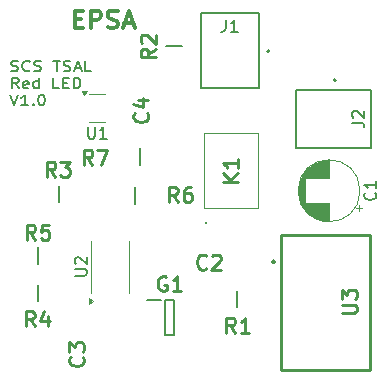
<source format=gbr>
%TF.GenerationSoftware,KiCad,Pcbnew,8.0.0*%
%TF.CreationDate,2024-06-23T14:13:46+02:00*%
%TF.ProjectId,SCS TSAL Red LED,53435320-5453-4414-9c20-526564204c45,rev?*%
%TF.SameCoordinates,Original*%
%TF.FileFunction,Legend,Top*%
%TF.FilePolarity,Positive*%
%FSLAX46Y46*%
G04 Gerber Fmt 4.6, Leading zero omitted, Abs format (unit mm)*
G04 Created by KiCad (PCBNEW 8.0.0) date 2024-06-23 14:13:46*
%MOMM*%
%LPD*%
G01*
G04 APERTURE LIST*
%ADD10C,0.150000*%
%ADD11C,0.300000*%
%ADD12C,0.254000*%
%ADD13C,0.120000*%
%ADD14C,0.200000*%
%ADD15C,0.100000*%
%ADD16C,0.127000*%
G04 APERTURE END LIST*
D10*
X69123160Y-54345300D02*
X69266017Y-54388157D01*
X69266017Y-54388157D02*
X69504112Y-54388157D01*
X69504112Y-54388157D02*
X69599350Y-54345300D01*
X69599350Y-54345300D02*
X69646969Y-54302442D01*
X69646969Y-54302442D02*
X69694588Y-54216728D01*
X69694588Y-54216728D02*
X69694588Y-54131014D01*
X69694588Y-54131014D02*
X69646969Y-54045300D01*
X69646969Y-54045300D02*
X69599350Y-54002442D01*
X69599350Y-54002442D02*
X69504112Y-53959585D01*
X69504112Y-53959585D02*
X69313636Y-53916728D01*
X69313636Y-53916728D02*
X69218398Y-53873871D01*
X69218398Y-53873871D02*
X69170779Y-53831014D01*
X69170779Y-53831014D02*
X69123160Y-53745300D01*
X69123160Y-53745300D02*
X69123160Y-53659585D01*
X69123160Y-53659585D02*
X69170779Y-53573871D01*
X69170779Y-53573871D02*
X69218398Y-53531014D01*
X69218398Y-53531014D02*
X69313636Y-53488157D01*
X69313636Y-53488157D02*
X69551731Y-53488157D01*
X69551731Y-53488157D02*
X69694588Y-53531014D01*
X70694588Y-54302442D02*
X70646969Y-54345300D01*
X70646969Y-54345300D02*
X70504112Y-54388157D01*
X70504112Y-54388157D02*
X70408874Y-54388157D01*
X70408874Y-54388157D02*
X70266017Y-54345300D01*
X70266017Y-54345300D02*
X70170779Y-54259585D01*
X70170779Y-54259585D02*
X70123160Y-54173871D01*
X70123160Y-54173871D02*
X70075541Y-54002442D01*
X70075541Y-54002442D02*
X70075541Y-53873871D01*
X70075541Y-53873871D02*
X70123160Y-53702442D01*
X70123160Y-53702442D02*
X70170779Y-53616728D01*
X70170779Y-53616728D02*
X70266017Y-53531014D01*
X70266017Y-53531014D02*
X70408874Y-53488157D01*
X70408874Y-53488157D02*
X70504112Y-53488157D01*
X70504112Y-53488157D02*
X70646969Y-53531014D01*
X70646969Y-53531014D02*
X70694588Y-53573871D01*
X71075541Y-54345300D02*
X71218398Y-54388157D01*
X71218398Y-54388157D02*
X71456493Y-54388157D01*
X71456493Y-54388157D02*
X71551731Y-54345300D01*
X71551731Y-54345300D02*
X71599350Y-54302442D01*
X71599350Y-54302442D02*
X71646969Y-54216728D01*
X71646969Y-54216728D02*
X71646969Y-54131014D01*
X71646969Y-54131014D02*
X71599350Y-54045300D01*
X71599350Y-54045300D02*
X71551731Y-54002442D01*
X71551731Y-54002442D02*
X71456493Y-53959585D01*
X71456493Y-53959585D02*
X71266017Y-53916728D01*
X71266017Y-53916728D02*
X71170779Y-53873871D01*
X71170779Y-53873871D02*
X71123160Y-53831014D01*
X71123160Y-53831014D02*
X71075541Y-53745300D01*
X71075541Y-53745300D02*
X71075541Y-53659585D01*
X71075541Y-53659585D02*
X71123160Y-53573871D01*
X71123160Y-53573871D02*
X71170779Y-53531014D01*
X71170779Y-53531014D02*
X71266017Y-53488157D01*
X71266017Y-53488157D02*
X71504112Y-53488157D01*
X71504112Y-53488157D02*
X71646969Y-53531014D01*
X72694589Y-53488157D02*
X73266017Y-53488157D01*
X72980303Y-54388157D02*
X72980303Y-53488157D01*
X73551732Y-54345300D02*
X73694589Y-54388157D01*
X73694589Y-54388157D02*
X73932684Y-54388157D01*
X73932684Y-54388157D02*
X74027922Y-54345300D01*
X74027922Y-54345300D02*
X74075541Y-54302442D01*
X74075541Y-54302442D02*
X74123160Y-54216728D01*
X74123160Y-54216728D02*
X74123160Y-54131014D01*
X74123160Y-54131014D02*
X74075541Y-54045300D01*
X74075541Y-54045300D02*
X74027922Y-54002442D01*
X74027922Y-54002442D02*
X73932684Y-53959585D01*
X73932684Y-53959585D02*
X73742208Y-53916728D01*
X73742208Y-53916728D02*
X73646970Y-53873871D01*
X73646970Y-53873871D02*
X73599351Y-53831014D01*
X73599351Y-53831014D02*
X73551732Y-53745300D01*
X73551732Y-53745300D02*
X73551732Y-53659585D01*
X73551732Y-53659585D02*
X73599351Y-53573871D01*
X73599351Y-53573871D02*
X73646970Y-53531014D01*
X73646970Y-53531014D02*
X73742208Y-53488157D01*
X73742208Y-53488157D02*
X73980303Y-53488157D01*
X73980303Y-53488157D02*
X74123160Y-53531014D01*
X74504113Y-54131014D02*
X74980303Y-54131014D01*
X74408875Y-54388157D02*
X74742208Y-53488157D01*
X74742208Y-53488157D02*
X75075541Y-54388157D01*
X75885065Y-54388157D02*
X75408875Y-54388157D01*
X75408875Y-54388157D02*
X75408875Y-53488157D01*
X69742207Y-55837107D02*
X69408874Y-55408535D01*
X69170779Y-55837107D02*
X69170779Y-54937107D01*
X69170779Y-54937107D02*
X69551731Y-54937107D01*
X69551731Y-54937107D02*
X69646969Y-54979964D01*
X69646969Y-54979964D02*
X69694588Y-55022821D01*
X69694588Y-55022821D02*
X69742207Y-55108535D01*
X69742207Y-55108535D02*
X69742207Y-55237107D01*
X69742207Y-55237107D02*
X69694588Y-55322821D01*
X69694588Y-55322821D02*
X69646969Y-55365678D01*
X69646969Y-55365678D02*
X69551731Y-55408535D01*
X69551731Y-55408535D02*
X69170779Y-55408535D01*
X70551731Y-55794250D02*
X70456493Y-55837107D01*
X70456493Y-55837107D02*
X70266017Y-55837107D01*
X70266017Y-55837107D02*
X70170779Y-55794250D01*
X70170779Y-55794250D02*
X70123160Y-55708535D01*
X70123160Y-55708535D02*
X70123160Y-55365678D01*
X70123160Y-55365678D02*
X70170779Y-55279964D01*
X70170779Y-55279964D02*
X70266017Y-55237107D01*
X70266017Y-55237107D02*
X70456493Y-55237107D01*
X70456493Y-55237107D02*
X70551731Y-55279964D01*
X70551731Y-55279964D02*
X70599350Y-55365678D01*
X70599350Y-55365678D02*
X70599350Y-55451392D01*
X70599350Y-55451392D02*
X70123160Y-55537107D01*
X71456493Y-55837107D02*
X71456493Y-54937107D01*
X71456493Y-55794250D02*
X71361255Y-55837107D01*
X71361255Y-55837107D02*
X71170779Y-55837107D01*
X71170779Y-55837107D02*
X71075541Y-55794250D01*
X71075541Y-55794250D02*
X71027922Y-55751392D01*
X71027922Y-55751392D02*
X70980303Y-55665678D01*
X70980303Y-55665678D02*
X70980303Y-55408535D01*
X70980303Y-55408535D02*
X71027922Y-55322821D01*
X71027922Y-55322821D02*
X71075541Y-55279964D01*
X71075541Y-55279964D02*
X71170779Y-55237107D01*
X71170779Y-55237107D02*
X71361255Y-55237107D01*
X71361255Y-55237107D02*
X71456493Y-55279964D01*
X73170779Y-55837107D02*
X72694589Y-55837107D01*
X72694589Y-55837107D02*
X72694589Y-54937107D01*
X73504113Y-55365678D02*
X73837446Y-55365678D01*
X73980303Y-55837107D02*
X73504113Y-55837107D01*
X73504113Y-55837107D02*
X73504113Y-54937107D01*
X73504113Y-54937107D02*
X73980303Y-54937107D01*
X74408875Y-55837107D02*
X74408875Y-54937107D01*
X74408875Y-54937107D02*
X74646970Y-54937107D01*
X74646970Y-54937107D02*
X74789827Y-54979964D01*
X74789827Y-54979964D02*
X74885065Y-55065678D01*
X74885065Y-55065678D02*
X74932684Y-55151392D01*
X74932684Y-55151392D02*
X74980303Y-55322821D01*
X74980303Y-55322821D02*
X74980303Y-55451392D01*
X74980303Y-55451392D02*
X74932684Y-55622821D01*
X74932684Y-55622821D02*
X74885065Y-55708535D01*
X74885065Y-55708535D02*
X74789827Y-55794250D01*
X74789827Y-55794250D02*
X74646970Y-55837107D01*
X74646970Y-55837107D02*
X74408875Y-55837107D01*
X69027922Y-56386057D02*
X69361255Y-57286057D01*
X69361255Y-57286057D02*
X69694588Y-56386057D01*
X70551731Y-57286057D02*
X69980303Y-57286057D01*
X70266017Y-57286057D02*
X70266017Y-56386057D01*
X70266017Y-56386057D02*
X70170779Y-56514628D01*
X70170779Y-56514628D02*
X70075541Y-56600342D01*
X70075541Y-56600342D02*
X69980303Y-56643200D01*
X70980303Y-57200342D02*
X71027922Y-57243200D01*
X71027922Y-57243200D02*
X70980303Y-57286057D01*
X70980303Y-57286057D02*
X70932684Y-57243200D01*
X70932684Y-57243200D02*
X70980303Y-57200342D01*
X70980303Y-57200342D02*
X70980303Y-57286057D01*
X71646969Y-56386057D02*
X71742207Y-56386057D01*
X71742207Y-56386057D02*
X71837445Y-56428914D01*
X71837445Y-56428914D02*
X71885064Y-56471771D01*
X71885064Y-56471771D02*
X71932683Y-56557485D01*
X71932683Y-56557485D02*
X71980302Y-56728914D01*
X71980302Y-56728914D02*
X71980302Y-56943200D01*
X71980302Y-56943200D02*
X71932683Y-57114628D01*
X71932683Y-57114628D02*
X71885064Y-57200342D01*
X71885064Y-57200342D02*
X71837445Y-57243200D01*
X71837445Y-57243200D02*
X71742207Y-57286057D01*
X71742207Y-57286057D02*
X71646969Y-57286057D01*
X71646969Y-57286057D02*
X71551731Y-57243200D01*
X71551731Y-57243200D02*
X71504112Y-57200342D01*
X71504112Y-57200342D02*
X71456493Y-57114628D01*
X71456493Y-57114628D02*
X71408874Y-56943200D01*
X71408874Y-56943200D02*
X71408874Y-56728914D01*
X71408874Y-56728914D02*
X71456493Y-56557485D01*
X71456493Y-56557485D02*
X71504112Y-56471771D01*
X71504112Y-56471771D02*
X71551731Y-56428914D01*
X71551731Y-56428914D02*
X71646969Y-56386057D01*
D11*
X74493910Y-49967514D02*
X74993910Y-49967514D01*
X75208196Y-50753228D02*
X74493910Y-50753228D01*
X74493910Y-50753228D02*
X74493910Y-49253228D01*
X74493910Y-49253228D02*
X75208196Y-49253228D01*
X75851053Y-50753228D02*
X75851053Y-49253228D01*
X75851053Y-49253228D02*
X76422482Y-49253228D01*
X76422482Y-49253228D02*
X76565339Y-49324657D01*
X76565339Y-49324657D02*
X76636768Y-49396085D01*
X76636768Y-49396085D02*
X76708196Y-49538942D01*
X76708196Y-49538942D02*
X76708196Y-49753228D01*
X76708196Y-49753228D02*
X76636768Y-49896085D01*
X76636768Y-49896085D02*
X76565339Y-49967514D01*
X76565339Y-49967514D02*
X76422482Y-50038942D01*
X76422482Y-50038942D02*
X75851053Y-50038942D01*
X77279625Y-50681800D02*
X77493911Y-50753228D01*
X77493911Y-50753228D02*
X77851053Y-50753228D01*
X77851053Y-50753228D02*
X77993911Y-50681800D01*
X77993911Y-50681800D02*
X78065339Y-50610371D01*
X78065339Y-50610371D02*
X78136768Y-50467514D01*
X78136768Y-50467514D02*
X78136768Y-50324657D01*
X78136768Y-50324657D02*
X78065339Y-50181800D01*
X78065339Y-50181800D02*
X77993911Y-50110371D01*
X77993911Y-50110371D02*
X77851053Y-50038942D01*
X77851053Y-50038942D02*
X77565339Y-49967514D01*
X77565339Y-49967514D02*
X77422482Y-49896085D01*
X77422482Y-49896085D02*
X77351053Y-49824657D01*
X77351053Y-49824657D02*
X77279625Y-49681800D01*
X77279625Y-49681800D02*
X77279625Y-49538942D01*
X77279625Y-49538942D02*
X77351053Y-49396085D01*
X77351053Y-49396085D02*
X77422482Y-49324657D01*
X77422482Y-49324657D02*
X77565339Y-49253228D01*
X77565339Y-49253228D02*
X77922482Y-49253228D01*
X77922482Y-49253228D02*
X78136768Y-49324657D01*
X78708196Y-50324657D02*
X79422482Y-50324657D01*
X78565339Y-50753228D02*
X79065339Y-49253228D01*
X79065339Y-49253228D02*
X79565339Y-50753228D01*
D10*
X74499819Y-71704504D02*
X75309342Y-71704504D01*
X75309342Y-71704504D02*
X75404580Y-71656885D01*
X75404580Y-71656885D02*
X75452200Y-71609266D01*
X75452200Y-71609266D02*
X75499819Y-71514028D01*
X75499819Y-71514028D02*
X75499819Y-71323552D01*
X75499819Y-71323552D02*
X75452200Y-71228314D01*
X75452200Y-71228314D02*
X75404580Y-71180695D01*
X75404580Y-71180695D02*
X75309342Y-71133076D01*
X75309342Y-71133076D02*
X74499819Y-71133076D01*
X74595057Y-70704504D02*
X74547438Y-70656885D01*
X74547438Y-70656885D02*
X74499819Y-70561647D01*
X74499819Y-70561647D02*
X74499819Y-70323552D01*
X74499819Y-70323552D02*
X74547438Y-70228314D01*
X74547438Y-70228314D02*
X74595057Y-70180695D01*
X74595057Y-70180695D02*
X74690295Y-70133076D01*
X74690295Y-70133076D02*
X74785533Y-70133076D01*
X74785533Y-70133076D02*
X74928390Y-70180695D01*
X74928390Y-70180695D02*
X75499819Y-70752123D01*
X75499819Y-70752123D02*
X75499819Y-70133076D01*
D12*
X88065234Y-76520318D02*
X87641900Y-75915556D01*
X87339519Y-76520318D02*
X87339519Y-75250318D01*
X87339519Y-75250318D02*
X87823329Y-75250318D01*
X87823329Y-75250318D02*
X87944281Y-75310794D01*
X87944281Y-75310794D02*
X88004758Y-75371270D01*
X88004758Y-75371270D02*
X88065234Y-75492222D01*
X88065234Y-75492222D02*
X88065234Y-75673651D01*
X88065234Y-75673651D02*
X88004758Y-75794603D01*
X88004758Y-75794603D02*
X87944281Y-75855080D01*
X87944281Y-75855080D02*
X87823329Y-75915556D01*
X87823329Y-75915556D02*
X87339519Y-75915556D01*
X89274758Y-76520318D02*
X88549043Y-76520318D01*
X88911900Y-76520318D02*
X88911900Y-75250318D01*
X88911900Y-75250318D02*
X88790948Y-75431746D01*
X88790948Y-75431746D02*
X88669996Y-75552699D01*
X88669996Y-75552699D02*
X88549043Y-75613175D01*
D10*
X99927580Y-64682666D02*
X99975200Y-64730285D01*
X99975200Y-64730285D02*
X100022819Y-64873142D01*
X100022819Y-64873142D02*
X100022819Y-64968380D01*
X100022819Y-64968380D02*
X99975200Y-65111237D01*
X99975200Y-65111237D02*
X99879961Y-65206475D01*
X99879961Y-65206475D02*
X99784723Y-65254094D01*
X99784723Y-65254094D02*
X99594247Y-65301713D01*
X99594247Y-65301713D02*
X99451390Y-65301713D01*
X99451390Y-65301713D02*
X99260914Y-65254094D01*
X99260914Y-65254094D02*
X99165676Y-65206475D01*
X99165676Y-65206475D02*
X99070438Y-65111237D01*
X99070438Y-65111237D02*
X99022819Y-64968380D01*
X99022819Y-64968380D02*
X99022819Y-64873142D01*
X99022819Y-64873142D02*
X99070438Y-64730285D01*
X99070438Y-64730285D02*
X99118057Y-64682666D01*
X100022819Y-63730285D02*
X100022819Y-64301713D01*
X100022819Y-64015999D02*
X99022819Y-64015999D01*
X99022819Y-64015999D02*
X99165676Y-64111237D01*
X99165676Y-64111237D02*
X99260914Y-64206475D01*
X99260914Y-64206475D02*
X99308533Y-64301713D01*
D12*
X72864133Y-63312318D02*
X72440799Y-62707556D01*
X72138418Y-63312318D02*
X72138418Y-62042318D01*
X72138418Y-62042318D02*
X72622228Y-62042318D01*
X72622228Y-62042318D02*
X72743180Y-62102794D01*
X72743180Y-62102794D02*
X72803657Y-62163270D01*
X72803657Y-62163270D02*
X72864133Y-62284222D01*
X72864133Y-62284222D02*
X72864133Y-62465651D01*
X72864133Y-62465651D02*
X72803657Y-62586603D01*
X72803657Y-62586603D02*
X72743180Y-62647080D01*
X72743180Y-62647080D02*
X72622228Y-62707556D01*
X72622228Y-62707556D02*
X72138418Y-62707556D01*
X73287466Y-62042318D02*
X74073657Y-62042318D01*
X74073657Y-62042318D02*
X73650323Y-62526127D01*
X73650323Y-62526127D02*
X73831752Y-62526127D01*
X73831752Y-62526127D02*
X73952704Y-62586603D01*
X73952704Y-62586603D02*
X74013180Y-62647080D01*
X74013180Y-62647080D02*
X74073657Y-62768032D01*
X74073657Y-62768032D02*
X74073657Y-63070413D01*
X74073657Y-63070413D02*
X74013180Y-63191365D01*
X74013180Y-63191365D02*
X73952704Y-63251842D01*
X73952704Y-63251842D02*
X73831752Y-63312318D01*
X73831752Y-63312318D02*
X73468895Y-63312318D01*
X73468895Y-63312318D02*
X73347942Y-63251842D01*
X73347942Y-63251842D02*
X73287466Y-63191365D01*
X88331318Y-63757381D02*
X87061318Y-63757381D01*
X88331318Y-63031666D02*
X87605603Y-63575952D01*
X87061318Y-63031666D02*
X87787032Y-63757381D01*
X88331318Y-61822142D02*
X88331318Y-62547857D01*
X88331318Y-62185000D02*
X87061318Y-62185000D01*
X87061318Y-62185000D02*
X87242746Y-62305952D01*
X87242746Y-62305952D02*
X87363699Y-62426904D01*
X87363699Y-62426904D02*
X87424175Y-62547857D01*
X82247857Y-71793755D02*
X82126904Y-71733279D01*
X82126904Y-71733279D02*
X81945476Y-71733279D01*
X81945476Y-71733279D02*
X81764047Y-71793755D01*
X81764047Y-71793755D02*
X81643095Y-71914707D01*
X81643095Y-71914707D02*
X81582618Y-72035660D01*
X81582618Y-72035660D02*
X81522142Y-72277564D01*
X81522142Y-72277564D02*
X81522142Y-72458993D01*
X81522142Y-72458993D02*
X81582618Y-72700898D01*
X81582618Y-72700898D02*
X81643095Y-72821850D01*
X81643095Y-72821850D02*
X81764047Y-72942803D01*
X81764047Y-72942803D02*
X81945476Y-73003279D01*
X81945476Y-73003279D02*
X82066428Y-73003279D01*
X82066428Y-73003279D02*
X82247857Y-72942803D01*
X82247857Y-72942803D02*
X82308333Y-72882326D01*
X82308333Y-72882326D02*
X82308333Y-72458993D01*
X82308333Y-72458993D02*
X82066428Y-72458993D01*
X83517857Y-73003279D02*
X82792142Y-73003279D01*
X83154999Y-73003279D02*
X83154999Y-71733279D01*
X83154999Y-71733279D02*
X83034047Y-71914707D01*
X83034047Y-71914707D02*
X82913095Y-72035660D01*
X82913095Y-72035660D02*
X82792142Y-72096136D01*
D10*
X87296666Y-50051619D02*
X87296666Y-50765904D01*
X87296666Y-50765904D02*
X87249047Y-50908761D01*
X87249047Y-50908761D02*
X87153809Y-51004000D01*
X87153809Y-51004000D02*
X87010952Y-51051619D01*
X87010952Y-51051619D02*
X86915714Y-51051619D01*
X88296666Y-51051619D02*
X87725238Y-51051619D01*
X88010952Y-51051619D02*
X88010952Y-50051619D01*
X88010952Y-50051619D02*
X87915714Y-50194476D01*
X87915714Y-50194476D02*
X87820476Y-50289714D01*
X87820476Y-50289714D02*
X87725238Y-50337333D01*
D12*
X80615765Y-57920466D02*
X80676242Y-57980942D01*
X80676242Y-57980942D02*
X80736718Y-58162371D01*
X80736718Y-58162371D02*
X80736718Y-58283323D01*
X80736718Y-58283323D02*
X80676242Y-58464752D01*
X80676242Y-58464752D02*
X80555289Y-58585704D01*
X80555289Y-58585704D02*
X80434337Y-58646181D01*
X80434337Y-58646181D02*
X80192432Y-58706657D01*
X80192432Y-58706657D02*
X80011003Y-58706657D01*
X80011003Y-58706657D02*
X79769099Y-58646181D01*
X79769099Y-58646181D02*
X79648146Y-58585704D01*
X79648146Y-58585704D02*
X79527194Y-58464752D01*
X79527194Y-58464752D02*
X79466718Y-58283323D01*
X79466718Y-58283323D02*
X79466718Y-58162371D01*
X79466718Y-58162371D02*
X79527194Y-57980942D01*
X79527194Y-57980942D02*
X79587670Y-57920466D01*
X79890051Y-56831895D02*
X80736718Y-56831895D01*
X79406242Y-57134276D02*
X80313384Y-57436657D01*
X80313384Y-57436657D02*
X80313384Y-56650466D01*
X71150432Y-68646318D02*
X70727098Y-68041556D01*
X70424717Y-68646318D02*
X70424717Y-67376318D01*
X70424717Y-67376318D02*
X70908527Y-67376318D01*
X70908527Y-67376318D02*
X71029479Y-67436794D01*
X71029479Y-67436794D02*
X71089956Y-67497270D01*
X71089956Y-67497270D02*
X71150432Y-67618222D01*
X71150432Y-67618222D02*
X71150432Y-67799651D01*
X71150432Y-67799651D02*
X71089956Y-67920603D01*
X71089956Y-67920603D02*
X71029479Y-67981080D01*
X71029479Y-67981080D02*
X70908527Y-68041556D01*
X70908527Y-68041556D02*
X70424717Y-68041556D01*
X72299479Y-67376318D02*
X71694717Y-67376318D01*
X71694717Y-67376318D02*
X71634241Y-67981080D01*
X71634241Y-67981080D02*
X71694717Y-67920603D01*
X71694717Y-67920603D02*
X71815670Y-67860127D01*
X71815670Y-67860127D02*
X72118051Y-67860127D01*
X72118051Y-67860127D02*
X72239003Y-67920603D01*
X72239003Y-67920603D02*
X72299479Y-67981080D01*
X72299479Y-67981080D02*
X72359956Y-68102032D01*
X72359956Y-68102032D02*
X72359956Y-68404413D01*
X72359956Y-68404413D02*
X72299479Y-68525365D01*
X72299479Y-68525365D02*
X72239003Y-68585842D01*
X72239003Y-68585842D02*
X72118051Y-68646318D01*
X72118051Y-68646318D02*
X71815670Y-68646318D01*
X71815670Y-68646318D02*
X71694717Y-68585842D01*
X71694717Y-68585842D02*
X71634241Y-68525365D01*
X71111533Y-75986918D02*
X70688199Y-75382156D01*
X70385818Y-75986918D02*
X70385818Y-74716918D01*
X70385818Y-74716918D02*
X70869628Y-74716918D01*
X70869628Y-74716918D02*
X70990580Y-74777394D01*
X70990580Y-74777394D02*
X71051057Y-74837870D01*
X71051057Y-74837870D02*
X71111533Y-74958822D01*
X71111533Y-74958822D02*
X71111533Y-75140251D01*
X71111533Y-75140251D02*
X71051057Y-75261203D01*
X71051057Y-75261203D02*
X70990580Y-75321680D01*
X70990580Y-75321680D02*
X70869628Y-75382156D01*
X70869628Y-75382156D02*
X70385818Y-75382156D01*
X72200104Y-75140251D02*
X72200104Y-75986918D01*
X71897723Y-74656442D02*
X71595342Y-75563584D01*
X71595342Y-75563584D02*
X72381533Y-75563584D01*
X75180165Y-78570666D02*
X75240642Y-78631142D01*
X75240642Y-78631142D02*
X75301118Y-78812571D01*
X75301118Y-78812571D02*
X75301118Y-78933523D01*
X75301118Y-78933523D02*
X75240642Y-79114952D01*
X75240642Y-79114952D02*
X75119689Y-79235904D01*
X75119689Y-79235904D02*
X74998737Y-79296381D01*
X74998737Y-79296381D02*
X74756832Y-79356857D01*
X74756832Y-79356857D02*
X74575403Y-79356857D01*
X74575403Y-79356857D02*
X74333499Y-79296381D01*
X74333499Y-79296381D02*
X74212546Y-79235904D01*
X74212546Y-79235904D02*
X74091594Y-79114952D01*
X74091594Y-79114952D02*
X74031118Y-78933523D01*
X74031118Y-78933523D02*
X74031118Y-78812571D01*
X74031118Y-78812571D02*
X74091594Y-78631142D01*
X74091594Y-78631142D02*
X74152070Y-78570666D01*
X74031118Y-78147333D02*
X74031118Y-77361142D01*
X74031118Y-77361142D02*
X74514927Y-77784476D01*
X74514927Y-77784476D02*
X74514927Y-77603047D01*
X74514927Y-77603047D02*
X74575403Y-77482095D01*
X74575403Y-77482095D02*
X74635880Y-77421619D01*
X74635880Y-77421619D02*
X74756832Y-77361142D01*
X74756832Y-77361142D02*
X75059213Y-77361142D01*
X75059213Y-77361142D02*
X75180165Y-77421619D01*
X75180165Y-77421619D02*
X75240642Y-77482095D01*
X75240642Y-77482095D02*
X75301118Y-77603047D01*
X75301118Y-77603047D02*
X75301118Y-77965904D01*
X75301118Y-77965904D02*
X75240642Y-78086857D01*
X75240642Y-78086857D02*
X75180165Y-78147333D01*
X75988333Y-62296318D02*
X75564999Y-61691556D01*
X75262618Y-62296318D02*
X75262618Y-61026318D01*
X75262618Y-61026318D02*
X75746428Y-61026318D01*
X75746428Y-61026318D02*
X75867380Y-61086794D01*
X75867380Y-61086794D02*
X75927857Y-61147270D01*
X75927857Y-61147270D02*
X75988333Y-61268222D01*
X75988333Y-61268222D02*
X75988333Y-61449651D01*
X75988333Y-61449651D02*
X75927857Y-61570603D01*
X75927857Y-61570603D02*
X75867380Y-61631080D01*
X75867380Y-61631080D02*
X75746428Y-61691556D01*
X75746428Y-61691556D02*
X75262618Y-61691556D01*
X76411666Y-61026318D02*
X77258333Y-61026318D01*
X77258333Y-61026318D02*
X76714047Y-62296318D01*
X85640333Y-71065365D02*
X85579857Y-71125842D01*
X85579857Y-71125842D02*
X85398428Y-71186318D01*
X85398428Y-71186318D02*
X85277476Y-71186318D01*
X85277476Y-71186318D02*
X85096047Y-71125842D01*
X85096047Y-71125842D02*
X84975095Y-71004889D01*
X84975095Y-71004889D02*
X84914618Y-70883937D01*
X84914618Y-70883937D02*
X84854142Y-70642032D01*
X84854142Y-70642032D02*
X84854142Y-70460603D01*
X84854142Y-70460603D02*
X84914618Y-70218699D01*
X84914618Y-70218699D02*
X84975095Y-70097746D01*
X84975095Y-70097746D02*
X85096047Y-69976794D01*
X85096047Y-69976794D02*
X85277476Y-69916318D01*
X85277476Y-69916318D02*
X85398428Y-69916318D01*
X85398428Y-69916318D02*
X85579857Y-69976794D01*
X85579857Y-69976794D02*
X85640333Y-70037270D01*
X86124142Y-70037270D02*
X86184618Y-69976794D01*
X86184618Y-69976794D02*
X86305571Y-69916318D01*
X86305571Y-69916318D02*
X86607952Y-69916318D01*
X86607952Y-69916318D02*
X86728904Y-69976794D01*
X86728904Y-69976794D02*
X86789380Y-70037270D01*
X86789380Y-70037270D02*
X86849857Y-70158222D01*
X86849857Y-70158222D02*
X86849857Y-70279175D01*
X86849857Y-70279175D02*
X86789380Y-70460603D01*
X86789380Y-70460603D02*
X86063666Y-71186318D01*
X86063666Y-71186318D02*
X86849857Y-71186318D01*
D10*
X98006819Y-58753333D02*
X98721104Y-58753333D01*
X98721104Y-58753333D02*
X98863961Y-58800952D01*
X98863961Y-58800952D02*
X98959200Y-58896190D01*
X98959200Y-58896190D02*
X99006819Y-59039047D01*
X99006819Y-59039047D02*
X99006819Y-59134285D01*
X98102057Y-58324761D02*
X98054438Y-58277142D01*
X98054438Y-58277142D02*
X98006819Y-58181904D01*
X98006819Y-58181904D02*
X98006819Y-57943809D01*
X98006819Y-57943809D02*
X98054438Y-57848571D01*
X98054438Y-57848571D02*
X98102057Y-57800952D01*
X98102057Y-57800952D02*
X98197295Y-57753333D01*
X98197295Y-57753333D02*
X98292533Y-57753333D01*
X98292533Y-57753333D02*
X98435390Y-57800952D01*
X98435390Y-57800952D02*
X99006819Y-58372380D01*
X99006819Y-58372380D02*
X99006819Y-57753333D01*
D12*
X81346318Y-52498365D02*
X80741556Y-52921699D01*
X81346318Y-53224080D02*
X80076318Y-53224080D01*
X80076318Y-53224080D02*
X80076318Y-52740270D01*
X80076318Y-52740270D02*
X80136794Y-52619318D01*
X80136794Y-52619318D02*
X80197270Y-52558841D01*
X80197270Y-52558841D02*
X80318222Y-52498365D01*
X80318222Y-52498365D02*
X80499651Y-52498365D01*
X80499651Y-52498365D02*
X80620603Y-52558841D01*
X80620603Y-52558841D02*
X80681080Y-52619318D01*
X80681080Y-52619318D02*
X80741556Y-52740270D01*
X80741556Y-52740270D02*
X80741556Y-53224080D01*
X80197270Y-52014556D02*
X80136794Y-51954080D01*
X80136794Y-51954080D02*
X80076318Y-51833127D01*
X80076318Y-51833127D02*
X80076318Y-51530746D01*
X80076318Y-51530746D02*
X80136794Y-51409794D01*
X80136794Y-51409794D02*
X80197270Y-51349318D01*
X80197270Y-51349318D02*
X80318222Y-51288841D01*
X80318222Y-51288841D02*
X80439175Y-51288841D01*
X80439175Y-51288841D02*
X80620603Y-51349318D01*
X80620603Y-51349318D02*
X81346318Y-52075032D01*
X81346318Y-52075032D02*
X81346318Y-51288841D01*
X83227333Y-65471318D02*
X82803999Y-64866556D01*
X82501618Y-65471318D02*
X82501618Y-64201318D01*
X82501618Y-64201318D02*
X82985428Y-64201318D01*
X82985428Y-64201318D02*
X83106380Y-64261794D01*
X83106380Y-64261794D02*
X83166857Y-64322270D01*
X83166857Y-64322270D02*
X83227333Y-64443222D01*
X83227333Y-64443222D02*
X83227333Y-64624651D01*
X83227333Y-64624651D02*
X83166857Y-64745603D01*
X83166857Y-64745603D02*
X83106380Y-64806080D01*
X83106380Y-64806080D02*
X82985428Y-64866556D01*
X82985428Y-64866556D02*
X82501618Y-64866556D01*
X84315904Y-64201318D02*
X84073999Y-64201318D01*
X84073999Y-64201318D02*
X83953047Y-64261794D01*
X83953047Y-64261794D02*
X83892571Y-64322270D01*
X83892571Y-64322270D02*
X83771618Y-64503699D01*
X83771618Y-64503699D02*
X83711142Y-64745603D01*
X83711142Y-64745603D02*
X83711142Y-65229413D01*
X83711142Y-65229413D02*
X83771618Y-65350365D01*
X83771618Y-65350365D02*
X83832095Y-65410842D01*
X83832095Y-65410842D02*
X83953047Y-65471318D01*
X83953047Y-65471318D02*
X84194952Y-65471318D01*
X84194952Y-65471318D02*
X84315904Y-65410842D01*
X84315904Y-65410842D02*
X84376380Y-65350365D01*
X84376380Y-65350365D02*
X84436857Y-65229413D01*
X84436857Y-65229413D02*
X84436857Y-64927032D01*
X84436857Y-64927032D02*
X84376380Y-64806080D01*
X84376380Y-64806080D02*
X84315904Y-64745603D01*
X84315904Y-64745603D02*
X84194952Y-64685127D01*
X84194952Y-64685127D02*
X83953047Y-64685127D01*
X83953047Y-64685127D02*
X83832095Y-64745603D01*
X83832095Y-64745603D02*
X83771618Y-64806080D01*
X83771618Y-64806080D02*
X83711142Y-64927032D01*
X97094318Y-74881619D02*
X98122413Y-74881619D01*
X98122413Y-74881619D02*
X98243365Y-74821142D01*
X98243365Y-74821142D02*
X98303842Y-74760666D01*
X98303842Y-74760666D02*
X98364318Y-74639714D01*
X98364318Y-74639714D02*
X98364318Y-74397809D01*
X98364318Y-74397809D02*
X98303842Y-74276857D01*
X98303842Y-74276857D02*
X98243365Y-74216380D01*
X98243365Y-74216380D02*
X98122413Y-74155904D01*
X98122413Y-74155904D02*
X97094318Y-74155904D01*
X97094318Y-73672095D02*
X97094318Y-72885904D01*
X97094318Y-72885904D02*
X97578127Y-73309238D01*
X97578127Y-73309238D02*
X97578127Y-73127809D01*
X97578127Y-73127809D02*
X97638603Y-73006857D01*
X97638603Y-73006857D02*
X97699080Y-72946381D01*
X97699080Y-72946381D02*
X97820032Y-72885904D01*
X97820032Y-72885904D02*
X98122413Y-72885904D01*
X98122413Y-72885904D02*
X98243365Y-72946381D01*
X98243365Y-72946381D02*
X98303842Y-73006857D01*
X98303842Y-73006857D02*
X98364318Y-73127809D01*
X98364318Y-73127809D02*
X98364318Y-73490666D01*
X98364318Y-73490666D02*
X98303842Y-73611619D01*
X98303842Y-73611619D02*
X98243365Y-73672095D01*
D10*
X75641295Y-59094019D02*
X75641295Y-59903542D01*
X75641295Y-59903542D02*
X75688914Y-59998780D01*
X75688914Y-59998780D02*
X75736533Y-60046400D01*
X75736533Y-60046400D02*
X75831771Y-60094019D01*
X75831771Y-60094019D02*
X76022247Y-60094019D01*
X76022247Y-60094019D02*
X76117485Y-60046400D01*
X76117485Y-60046400D02*
X76165104Y-59998780D01*
X76165104Y-59998780D02*
X76212723Y-59903542D01*
X76212723Y-59903542D02*
X76212723Y-59094019D01*
X77212723Y-60094019D02*
X76641295Y-60094019D01*
X76927009Y-60094019D02*
X76927009Y-59094019D01*
X76927009Y-59094019D02*
X76831771Y-59236876D01*
X76831771Y-59236876D02*
X76736533Y-59332114D01*
X76736533Y-59332114D02*
X76641295Y-59379733D01*
D13*
%TO.C,U2*%
X75885000Y-70942600D02*
X75885000Y-68742600D01*
X75885000Y-70942600D02*
X75885000Y-73142600D01*
X79105000Y-70942600D02*
X79105000Y-68742600D01*
X79105000Y-70942600D02*
X79105000Y-73142600D01*
X76060000Y-73842600D02*
X75730000Y-74082600D01*
X75730000Y-73602600D01*
X76060000Y-73842600D01*
G36*
X76060000Y-73842600D02*
G01*
X75730000Y-74082600D01*
X75730000Y-73602600D01*
X76060000Y-73842600D01*
G37*
D14*
%TO.C,R1*%
X88265000Y-74360000D02*
X88265000Y-72960000D01*
D13*
%TO.C,C1*%
X93427000Y-64800000D02*
X93427000Y-64232000D01*
X93467000Y-65034000D02*
X93467000Y-63998000D01*
X93507000Y-65193000D02*
X93507000Y-63839000D01*
X93547000Y-65321000D02*
X93547000Y-63711000D01*
X93587000Y-65431000D02*
X93587000Y-63601000D01*
X93627000Y-65527000D02*
X93627000Y-63505000D01*
X93667000Y-65614000D02*
X93667000Y-63418000D01*
X93707000Y-65694000D02*
X93707000Y-63338000D01*
X93747000Y-65767000D02*
X93747000Y-63265000D01*
X93787000Y-65835000D02*
X93787000Y-63197000D01*
X93827000Y-65899000D02*
X93827000Y-63133000D01*
X93867000Y-65959000D02*
X93867000Y-63073000D01*
X93907000Y-66016000D02*
X93907000Y-63016000D01*
X93947000Y-66070000D02*
X93947000Y-62962000D01*
X93987000Y-66121000D02*
X93987000Y-62911000D01*
X94027000Y-63476000D02*
X94027000Y-62863000D01*
X94027000Y-66169000D02*
X94027000Y-65556000D01*
X94067000Y-63476000D02*
X94067000Y-62817000D01*
X94067000Y-66215000D02*
X94067000Y-65556000D01*
X94107000Y-63476000D02*
X94107000Y-62773000D01*
X94107000Y-66259000D02*
X94107000Y-65556000D01*
X94147000Y-63476000D02*
X94147000Y-62731000D01*
X94147000Y-66301000D02*
X94147000Y-65556000D01*
X94187000Y-63476000D02*
X94187000Y-62690000D01*
X94187000Y-66342000D02*
X94187000Y-65556000D01*
X94227000Y-63476000D02*
X94227000Y-62652000D01*
X94227000Y-66380000D02*
X94227000Y-65556000D01*
X94267000Y-63476000D02*
X94267000Y-62615000D01*
X94267000Y-66417000D02*
X94267000Y-65556000D01*
X94307000Y-63476000D02*
X94307000Y-62579000D01*
X94307000Y-66453000D02*
X94307000Y-65556000D01*
X94347000Y-63476000D02*
X94347000Y-62545000D01*
X94347000Y-66487000D02*
X94347000Y-65556000D01*
X94387000Y-63476000D02*
X94387000Y-62512000D01*
X94387000Y-66520000D02*
X94387000Y-65556000D01*
X94427000Y-63476000D02*
X94427000Y-62481000D01*
X94427000Y-66551000D02*
X94427000Y-65556000D01*
X94467000Y-63476000D02*
X94467000Y-62451000D01*
X94467000Y-66581000D02*
X94467000Y-65556000D01*
X94507000Y-63476000D02*
X94507000Y-62421000D01*
X94507000Y-66611000D02*
X94507000Y-65556000D01*
X94547000Y-63476000D02*
X94547000Y-62394000D01*
X94547000Y-66638000D02*
X94547000Y-65556000D01*
X94587000Y-63476000D02*
X94587000Y-62367000D01*
X94587000Y-66665000D02*
X94587000Y-65556000D01*
X94627000Y-63476000D02*
X94627000Y-62341000D01*
X94627000Y-66691000D02*
X94627000Y-65556000D01*
X94667000Y-63476000D02*
X94667000Y-62316000D01*
X94667000Y-66716000D02*
X94667000Y-65556000D01*
X94707000Y-63476000D02*
X94707000Y-62292000D01*
X94707000Y-66740000D02*
X94707000Y-65556000D01*
X94747000Y-63476000D02*
X94747000Y-62269000D01*
X94747000Y-66763000D02*
X94747000Y-65556000D01*
X94787000Y-63476000D02*
X94787000Y-62248000D01*
X94787000Y-66784000D02*
X94787000Y-65556000D01*
X94827000Y-63476000D02*
X94827000Y-62226000D01*
X94827000Y-66806000D02*
X94827000Y-65556000D01*
X94867000Y-63476000D02*
X94867000Y-62206000D01*
X94867000Y-66826000D02*
X94867000Y-65556000D01*
X94907000Y-63476000D02*
X94907000Y-62187000D01*
X94907000Y-66845000D02*
X94907000Y-65556000D01*
X94947000Y-63476000D02*
X94947000Y-62168000D01*
X94947000Y-66864000D02*
X94947000Y-65556000D01*
X94987000Y-63476000D02*
X94987000Y-62151000D01*
X94987000Y-66881000D02*
X94987000Y-65556000D01*
X95027000Y-63476000D02*
X95027000Y-62134000D01*
X95027000Y-66898000D02*
X95027000Y-65556000D01*
X95067000Y-63476000D02*
X95067000Y-62118000D01*
X95067000Y-66914000D02*
X95067000Y-65556000D01*
X95107000Y-63476000D02*
X95107000Y-62102000D01*
X95107000Y-66930000D02*
X95107000Y-65556000D01*
X95147000Y-63476000D02*
X95147000Y-62088000D01*
X95147000Y-66944000D02*
X95147000Y-65556000D01*
X95187000Y-63476000D02*
X95187000Y-62074000D01*
X95187000Y-66958000D02*
X95187000Y-65556000D01*
X95227000Y-63476000D02*
X95227000Y-62061000D01*
X95227000Y-66971000D02*
X95227000Y-65556000D01*
X95267000Y-63476000D02*
X95267000Y-62048000D01*
X95267000Y-66984000D02*
X95267000Y-65556000D01*
X95307000Y-63476000D02*
X95307000Y-62036000D01*
X95307000Y-66996000D02*
X95307000Y-65556000D01*
X95348000Y-63476000D02*
X95348000Y-62025000D01*
X95348000Y-67007000D02*
X95348000Y-65556000D01*
X95388000Y-63476000D02*
X95388000Y-62015000D01*
X95388000Y-67017000D02*
X95388000Y-65556000D01*
X95428000Y-63476000D02*
X95428000Y-62005000D01*
X95428000Y-67027000D02*
X95428000Y-65556000D01*
X95468000Y-63476000D02*
X95468000Y-61996000D01*
X95468000Y-67036000D02*
X95468000Y-65556000D01*
X95508000Y-63476000D02*
X95508000Y-61988000D01*
X95508000Y-67044000D02*
X95508000Y-65556000D01*
X95548000Y-63476000D02*
X95548000Y-61980000D01*
X95548000Y-67052000D02*
X95548000Y-65556000D01*
X95588000Y-63476000D02*
X95588000Y-61973000D01*
X95588000Y-67059000D02*
X95588000Y-65556000D01*
X95628000Y-63476000D02*
X95628000Y-61966000D01*
X95628000Y-67066000D02*
X95628000Y-65556000D01*
X95668000Y-63476000D02*
X95668000Y-61960000D01*
X95668000Y-67072000D02*
X95668000Y-65556000D01*
X95708000Y-63476000D02*
X95708000Y-61955000D01*
X95708000Y-67077000D02*
X95708000Y-65556000D01*
X95748000Y-63476000D02*
X95748000Y-61951000D01*
X95748000Y-67081000D02*
X95748000Y-65556000D01*
X95788000Y-63476000D02*
X95788000Y-61947000D01*
X95788000Y-67085000D02*
X95788000Y-65556000D01*
X95828000Y-63476000D02*
X95828000Y-61943000D01*
X95828000Y-67089000D02*
X95828000Y-65556000D01*
X95868000Y-63476000D02*
X95868000Y-61940000D01*
X95868000Y-67092000D02*
X95868000Y-65556000D01*
X95908000Y-63476000D02*
X95908000Y-61938000D01*
X95908000Y-67094000D02*
X95908000Y-65556000D01*
X95948000Y-63476000D02*
X95948000Y-61937000D01*
X95948000Y-67095000D02*
X95948000Y-65556000D01*
X95988000Y-63476000D02*
X95988000Y-61936000D01*
X95988000Y-67096000D02*
X95988000Y-65556000D01*
X96028000Y-63476000D02*
X96028000Y-61936000D01*
X96028000Y-67096000D02*
X96028000Y-65556000D01*
X98582775Y-66241000D02*
X98582775Y-65741000D01*
X98832775Y-65991000D02*
X98332775Y-65991000D01*
X98648000Y-64516000D02*
G75*
G02*
X93408000Y-64516000I-2620000J0D01*
G01*
X93408000Y-64516000D02*
G75*
G02*
X98648000Y-64516000I2620000J0D01*
G01*
D14*
%TO.C,R3*%
X73152000Y-64070000D02*
X73152000Y-65470000D01*
D15*
%TO.C,K1*%
X85471000Y-59645000D02*
X90043000Y-59645000D01*
X85471000Y-65995000D02*
X85471000Y-59645000D01*
X85557000Y-67220000D02*
X85557000Y-67220000D01*
X85657000Y-67220000D02*
X85657000Y-67220000D01*
X90043000Y-59645000D02*
X90043000Y-65995000D01*
X90043000Y-65995000D02*
X85471000Y-65995000D01*
X85557000Y-67220000D02*
G75*
G02*
X85657000Y-67220000I50000J0D01*
G01*
X85657000Y-67220000D02*
G75*
G02*
X85557000Y-67220000I-50000J0D01*
G01*
D14*
%TO.C,G1*%
X80645000Y-73750000D02*
X81795000Y-73750000D01*
X82145000Y-73800000D02*
X82895000Y-73800000D01*
X82145000Y-76700000D02*
X82145000Y-73800000D01*
X82895000Y-73800000D02*
X82895000Y-76700000D01*
X82895000Y-76700000D02*
X82145000Y-76700000D01*
D16*
%TO.C,J1*%
X85165000Y-49455000D02*
X90095000Y-49455000D01*
X85165000Y-55805000D02*
X85165000Y-49455000D01*
X90095000Y-49455000D02*
X90095000Y-55805000D01*
X90095000Y-55805000D02*
X85165000Y-55805000D01*
D14*
X91000000Y-52705000D02*
G75*
G02*
X90800000Y-52705000I-100000J0D01*
G01*
X90800000Y-52705000D02*
G75*
G02*
X91000000Y-52705000I100000J0D01*
G01*
%TO.C,R5*%
X71374000Y-72452000D02*
X71374000Y-73852000D01*
%TO.C,R4*%
X71374000Y-70677000D02*
X71374000Y-69277000D01*
%TO.C,R7*%
X80010000Y-62295000D02*
X80010000Y-60895000D01*
D16*
%TO.C,J2*%
X93270000Y-55955000D02*
X99620000Y-55955000D01*
X93270000Y-60885000D02*
X93270000Y-55955000D01*
X99620000Y-55955000D02*
X99620000Y-60885000D01*
X99620000Y-60885000D02*
X93270000Y-60885000D01*
D14*
X96620000Y-55150000D02*
G75*
G02*
X96420000Y-55150000I-100000J0D01*
G01*
X96420000Y-55150000D02*
G75*
G02*
X96620000Y-55150000I100000J0D01*
G01*
%TO.C,R2*%
X83605600Y-52298600D02*
X82205600Y-52298600D01*
%TO.C,R6*%
X79629000Y-64197000D02*
X79629000Y-65597000D01*
D12*
%TO.C,U3*%
X91948000Y-68225500D02*
X91948000Y-79725500D01*
X91948000Y-79725500D02*
X99498000Y-79725500D01*
X99498000Y-68225500D02*
X91948000Y-68225500D01*
X99498000Y-79725500D02*
X99498000Y-68225500D01*
X91424000Y-70531500D02*
G75*
G02*
X91246000Y-70531500I-89000J0D01*
G01*
X91246000Y-70531500D02*
G75*
G02*
X91424000Y-70531500I89000J0D01*
G01*
D13*
%TO.C,U1*%
X75693200Y-56345600D02*
X77103200Y-56345600D01*
X75703200Y-58665600D02*
X77103200Y-58665600D01*
X75323200Y-56395600D02*
X75083200Y-56065600D01*
X75563200Y-56065600D01*
X75323200Y-56395600D01*
G36*
X75323200Y-56395600D02*
G01*
X75083200Y-56065600D01*
X75563200Y-56065600D01*
X75323200Y-56395600D01*
G37*
%TD*%
M02*

</source>
